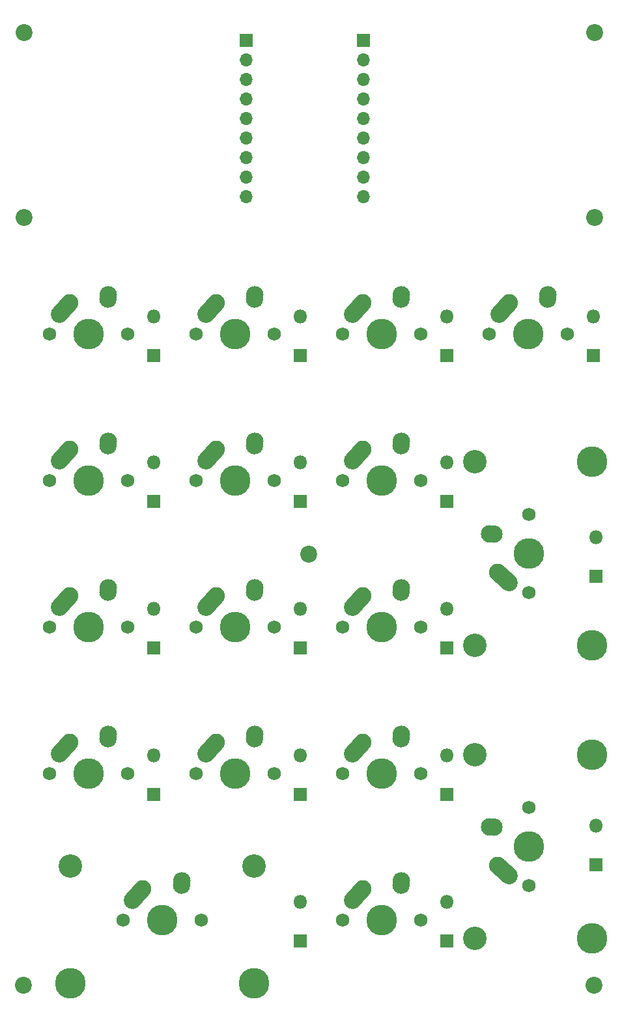
<source format=gbr>
G04 #@! TF.GenerationSoftware,KiCad,Pcbnew,7.0.1*
G04 #@! TF.CreationDate,2023-10-11T20:02:21-04:00*
G04 #@! TF.ProjectId,keyboard,6b657962-6f61-4726-942e-6b696361645f,rev?*
G04 #@! TF.SameCoordinates,Original*
G04 #@! TF.FileFunction,Soldermask,Bot*
G04 #@! TF.FilePolarity,Negative*
%FSLAX46Y46*%
G04 Gerber Fmt 4.6, Leading zero omitted, Abs format (unit mm)*
G04 Created by KiCad (PCBNEW 7.0.1) date 2023-10-11 20:02:21*
%MOMM*%
%LPD*%
G01*
G04 APERTURE LIST*
G04 Aperture macros list*
%AMHorizOval*
0 Thick line with rounded ends*
0 $1 width*
0 $2 $3 position (X,Y) of the first rounded end (center of the circle)*
0 $4 $5 position (X,Y) of the second rounded end (center of the circle)*
0 Add line between two ends*
20,1,$1,$2,$3,$4,$5,0*
0 Add two circle primitives to create the rounded ends*
1,1,$1,$2,$3*
1,1,$1,$4,$5*%
G04 Aperture macros list end*
%ADD10R,1.800000X1.800000*%
%ADD11O,1.800000X1.800000*%
%ADD12C,3.048000*%
%ADD13C,3.987800*%
%ADD14C,1.750000*%
%ADD15HorizOval,2.250000X-0.730000X0.655001X0.730000X-0.655001X0*%
%ADD16C,2.250000*%
%ADD17HorizOval,2.250000X-0.290000X0.020000X0.290000X-0.020000X0*%
%ADD18C,2.200000*%
%ADD19HorizOval,2.250000X0.655001X0.730000X-0.655001X-0.730000X0*%
%ADD20HorizOval,2.250000X0.020000X0.290000X-0.020000X-0.290000X0*%
%ADD21R,1.700000X1.700000*%
%ADD22O,1.700000X1.700000*%
G04 APERTURE END LIST*
D10*
X318050000Y-223110000D03*
D11*
X318050000Y-218030000D03*
D10*
X299000000Y-223110000D03*
D11*
X299000000Y-218030000D03*
D10*
X337440000Y-213230000D03*
D11*
X337440000Y-208150000D03*
D10*
X318050000Y-204060000D03*
D11*
X318050000Y-198980000D03*
D10*
X299000000Y-204060000D03*
D11*
X299000000Y-198980000D03*
D10*
X279950000Y-204060000D03*
D11*
X279950000Y-198980000D03*
D10*
X318050000Y-185010000D03*
D11*
X318050000Y-179930000D03*
D10*
X299000000Y-185010000D03*
D11*
X299000000Y-179930000D03*
D10*
X279950000Y-185010000D03*
D11*
X279950000Y-179930000D03*
D10*
X337440000Y-175730000D03*
D11*
X337440000Y-170650000D03*
D10*
X318050000Y-165960000D03*
D11*
X318050000Y-160880000D03*
D10*
X299000000Y-165960000D03*
D11*
X299000000Y-160880000D03*
D10*
X279950000Y-165960000D03*
D11*
X279950000Y-160880000D03*
D10*
X337100000Y-147005000D03*
D11*
X337100000Y-141925000D03*
D10*
X318050000Y-147000000D03*
D11*
X318050000Y-141920000D03*
D10*
X299000000Y-147000000D03*
D11*
X299000000Y-141920000D03*
D10*
X279950000Y-147000000D03*
D11*
X279950000Y-141920000D03*
D12*
X321700000Y-184676000D03*
D13*
X336940000Y-184676000D03*
D14*
X328685000Y-177818000D03*
D13*
X328685000Y-172738000D03*
D14*
X328685000Y-167658000D03*
D12*
X321700000Y-160800000D03*
D13*
X336940000Y-160800000D03*
D15*
X325415000Y-175892999D03*
D16*
X324685000Y-175238000D03*
D17*
X323895000Y-170218000D03*
D16*
X323605000Y-170198000D03*
D18*
X263100000Y-129100000D03*
D14*
X266430000Y-201330000D03*
D13*
X271510000Y-201330000D03*
D14*
X276590000Y-201330000D03*
D19*
X268355001Y-198060000D03*
D16*
X269010000Y-197330000D03*
D20*
X274030000Y-196540000D03*
D16*
X274050000Y-196250000D03*
D18*
X263000000Y-228900000D03*
D12*
X321700000Y-222776000D03*
D13*
X336940000Y-222776000D03*
D14*
X328685000Y-215918000D03*
D13*
X328685000Y-210838000D03*
D14*
X328685000Y-205758000D03*
D12*
X321700000Y-198900000D03*
D13*
X336940000Y-198900000D03*
D15*
X325415000Y-213992999D03*
D16*
X324685000Y-213338000D03*
D17*
X323895000Y-208318000D03*
D16*
X323605000Y-208298000D03*
D18*
X337300000Y-129100000D03*
D21*
X307250000Y-106000000D03*
D22*
X307250000Y-108540000D03*
X307250000Y-111080000D03*
X307250000Y-113620000D03*
X307250000Y-116160000D03*
X307250000Y-118700000D03*
X307250000Y-121240000D03*
X307250000Y-123780000D03*
X307250000Y-126320000D03*
D14*
X285480000Y-163230000D03*
D13*
X290560000Y-163230000D03*
D14*
X295640000Y-163230000D03*
D19*
X287405001Y-159960000D03*
D16*
X288060000Y-159230000D03*
D20*
X293080000Y-158440000D03*
D16*
X293100000Y-158150000D03*
D14*
X323580000Y-144180000D03*
D13*
X328660000Y-144180000D03*
D14*
X333740000Y-144180000D03*
D19*
X325505001Y-140910000D03*
D16*
X326160000Y-140180000D03*
D20*
X331180000Y-139390000D03*
D16*
X331200000Y-139100000D03*
D18*
X337200000Y-228900000D03*
D14*
X266430000Y-144180000D03*
D13*
X271510000Y-144180000D03*
D14*
X276590000Y-144180000D03*
D19*
X268355001Y-140910000D03*
D16*
X269010000Y-140180000D03*
D20*
X274030000Y-139390000D03*
D16*
X274050000Y-139100000D03*
D12*
X269097000Y-213395000D03*
D13*
X269097000Y-228635000D03*
D14*
X275955000Y-220380000D03*
D13*
X281035000Y-220380000D03*
D14*
X286115000Y-220380000D03*
D12*
X292973000Y-213395000D03*
D13*
X292973000Y-228635000D03*
D19*
X277880001Y-217110000D03*
D16*
X278535000Y-216380000D03*
D20*
X283555000Y-215590000D03*
D16*
X283575000Y-215300000D03*
D14*
X304530000Y-163230000D03*
D13*
X309610000Y-163230000D03*
D14*
X314690000Y-163230000D03*
D19*
X306455001Y-159960000D03*
D16*
X307110000Y-159230000D03*
D20*
X312130000Y-158440000D03*
D16*
X312150000Y-158150000D03*
D14*
X266430000Y-163230000D03*
D13*
X271510000Y-163230000D03*
D14*
X276590000Y-163230000D03*
D19*
X268355001Y-159960000D03*
D16*
X269010000Y-159230000D03*
D20*
X274030000Y-158440000D03*
D16*
X274050000Y-158150000D03*
D14*
X304530000Y-182280000D03*
D13*
X309610000Y-182280000D03*
D14*
X314690000Y-182280000D03*
D19*
X306455001Y-179010000D03*
D16*
X307110000Y-178280000D03*
D20*
X312130000Y-177490000D03*
D16*
X312150000Y-177200000D03*
D14*
X285480000Y-144180000D03*
D13*
X290560000Y-144180000D03*
D14*
X295640000Y-144180000D03*
D19*
X287405001Y-140910000D03*
D16*
X288060000Y-140180000D03*
D20*
X293080000Y-139390000D03*
D16*
X293100000Y-139100000D03*
D14*
X304530000Y-201330000D03*
D13*
X309610000Y-201330000D03*
D14*
X314690000Y-201330000D03*
D19*
X306455001Y-198060000D03*
D16*
X307110000Y-197330000D03*
D20*
X312130000Y-196540000D03*
D16*
X312150000Y-196250000D03*
D14*
X285480000Y-182280000D03*
D13*
X290560000Y-182280000D03*
D14*
X295640000Y-182280000D03*
D19*
X287405001Y-179010000D03*
D16*
X288060000Y-178280000D03*
D20*
X293080000Y-177490000D03*
D16*
X293100000Y-177200000D03*
D14*
X285480000Y-201330000D03*
D13*
X290560000Y-201330000D03*
D14*
X295640000Y-201330000D03*
D19*
X287405001Y-198060000D03*
D16*
X288060000Y-197330000D03*
D20*
X293080000Y-196540000D03*
D16*
X293100000Y-196250000D03*
D18*
X300100000Y-172800000D03*
D21*
X292000000Y-106000000D03*
D22*
X292000000Y-108540000D03*
X292000000Y-111080000D03*
X292000000Y-113620000D03*
X292000000Y-116160000D03*
X292000000Y-118700000D03*
X292000000Y-121240000D03*
X292000000Y-123780000D03*
X292000000Y-126320000D03*
D14*
X266430000Y-182280000D03*
D13*
X271510000Y-182280000D03*
D14*
X276590000Y-182280000D03*
D19*
X268355001Y-179010000D03*
D16*
X269010000Y-178280000D03*
D20*
X274030000Y-177490000D03*
D16*
X274050000Y-177200000D03*
D14*
X304530000Y-144180000D03*
D13*
X309610000Y-144180000D03*
D14*
X314690000Y-144180000D03*
D19*
X306455001Y-140910000D03*
D16*
X307110000Y-140180000D03*
D20*
X312130000Y-139390000D03*
D16*
X312150000Y-139100000D03*
D18*
X263100000Y-105000000D03*
X337300000Y-105000000D03*
D14*
X304530000Y-220380000D03*
D13*
X309610000Y-220380000D03*
D14*
X314690000Y-220380000D03*
D19*
X306455001Y-217110000D03*
D16*
X307110000Y-216380000D03*
D20*
X312130000Y-215590000D03*
D16*
X312150000Y-215300000D03*
M02*

</source>
